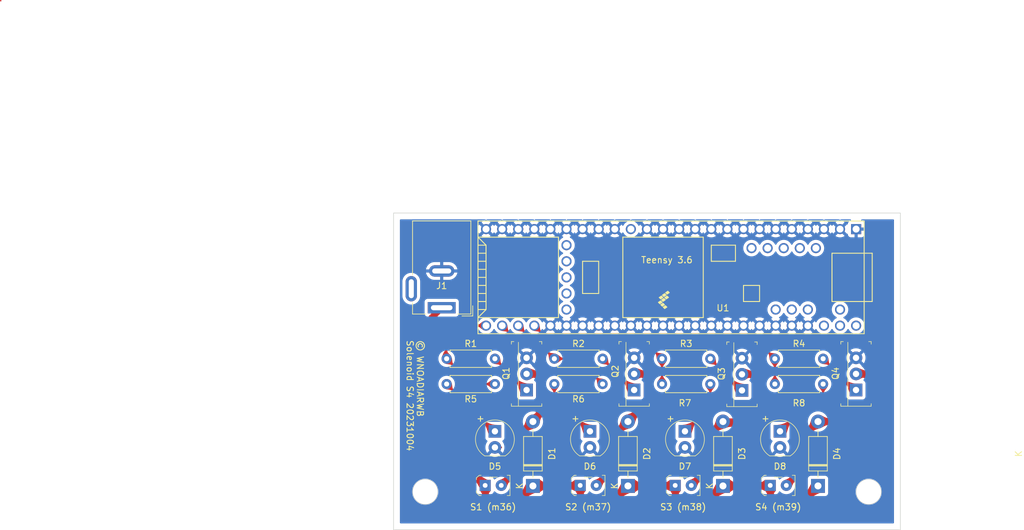
<source format=kicad_pcb>
(kicad_pcb (version 20221018) (generator pcbnew)
  (layers (0 "F.Cu" signal) (31 "B.Cu" signal) (34 "B.Paste" user) (35 "F.Paste" user) (36 "B.SilkS" user "B.Silkscreen") (37 "F.SilkS" user "F.Silkscreen") (38 "B.Mask" user) (39 "F.Mask" user) (44 "Edge.Cuts" user))
  (net 0 "")
  (net 1 "+12V")
  (net 2 "Net-(D1-A)")
  (net 3 "Net-(D2-A)")
  (net 4 "Net-(D3-A)")
  (net 5 "Net-(D4-A)")
  (net 6 "GND")
  (net 7 "Net-(D5-Pad1)")
  (net 8 "Net-(D6-Pad1)")
  (net 9 "Net-(D7-Pad1)")
  (net 10 "Net-(D8-Pad1)")
  (net 11 "Net-(Q1-B)")
  (net 12 "Net-(Q2-B)")
  (net 13 "Net-(Q3-B)")
  (net 14 "Net-(Q4-B)")
  (net 15 "/tout1")
  (net 16 "/tout2")
  (net 17 "/tout3")
  (net 18 "/tout4")
  (footprint "Resistor_THT:R_Axial_DIN0207_L6.3mm_D2.5mm_P7.62mm_Horizontal" (layer "F.Cu") (at 78.38 63)
    (fp_text reference "R1" (at 3.81 -2.37) (layer "F.SilkS"))
    (fp_text value "1K")
    (fp_line (start 0.54 -1.37) (end 7.08 -1.37) (stroke (width 0.12)) (layer "F.SilkS"))
    (fp_line (start 0.54 -1.04) (end 0.54 -1.37) (stroke (width 0.12)) (layer "F.SilkS"))
    (fp_line (start 0.54 1.04) (end 0.54 1.37) (stroke (width 0.12)) (layer "F.SilkS"))
    (fp_line (start 0.54 1.37) (end 7.08 1.37) (stroke (width 0.12)) (layer "F.SilkS"))
    (fp_line (start 7.08 -1.37) (end 7.08 -1.04) (stroke (width 0.12)) (layer "F.SilkS"))
    (fp_line (start 7.08 1.37) (end 7.08 1.04) (stroke (width 0.12)) (layer "F.SilkS"))
    (pad "1" thru_hole circle (at 0 0) (size 1.6 1.6) (drill 0.8) (layers "*.Cu" "*.Mask") (net 15 "/tout1"))
    (pad "2" thru_hole oval (at 7.62 0) (size 1.6 1.6) (drill 0.8) (layers "*.Cu" "*.Mask") (net 11 "Net-(Q1-B)"))
  )
  (footprint "digikey-footprints:TO-220-3" (layer "F.Cu") (at 107.98 67.94 90)
    (fp_text reference "Q2" (at 2.94 -2.98 90) (layer "F.SilkS"))
    (fp_text value "TIP120")
    (fp_line (start -2.56 -2.4) (end -2.56 -2) (stroke (width 0.1)) (layer "F.SilkS"))
    (fp_line (start -2.56 -2.4) (end -2.16 -2.4) (stroke (width 0.1)) (layer "F.SilkS"))
    (fp_line (start -2.56 -1.29) (end 7.54 -1.29) (stroke (width 0.1)) (layer "F.SilkS"))
    (fp_line (start -2.56 2.4) (end -2.56 -2) (stroke (width 0.1)) (layer "F.SilkS"))
    (fp_line (start -2.56 2.4) (end -2.16 2.4) (stroke (width 0.1)) (layer "F.SilkS"))
    (fp_line (start 7.24 -2.4) (end 7.64 -2.4) (stroke (width 0.1)) (layer "F.SilkS"))
    (fp_line (start 7.64 -2.4) (end 7.64 -2) (stroke (width 0.1)) (layer "F.SilkS"))
    (fp_line (start 7.64 2.4) (end 7.24 2.4) (stroke (width 0.1)) (layer "F.SilkS"))
    (fp_line (start 7.64 2.4) (end 7.64 2) (stroke (width 0.1)) (layer "F.SilkS"))
    (pad "1" thru_hole rect (at 0 0 90) (size 2 2) (drill 1) (layers "*.Cu" "*.Mask") (net 12 "Net-(Q2-B)"))
    (pad "2" thru_hole circle (at 2.54 0 90) (size 2 2) (drill 1) (layers "*.Cu" "*.Mask") (net 3 "Net-(D2-A)"))
    (pad "3" thru_hole circle (at 5.08 0 90) (size 2 2) (drill 1) (layers "*.Cu" "*.Mask") (net 6 "GND"))
  )
  (footprint "digikey-footprints:TO-220-3" (layer "F.Cu") (at 91 67.94 90)
    (fp_text reference "Q1" (at 2.62 -3.22 90) (layer "F.SilkS"))
    (fp_text value "TIP120")
    (fp_line (start -2.56 -2.4) (end -2.56 -2) (stroke (width 0.1)) (layer "F.SilkS"))
    (fp_line (start -2.56 -2.4) (end -2.16 -2.4) (stroke (width 0.1)) (layer "F.SilkS"))
    (fp_line (start -2.56 -1.29) (end 7.54 -1.29) (stroke (width 0.1)) (layer "F.SilkS"))
    (fp_line (start -2.56 2.4) (end -2.56 -2) (stroke (width 0.1)) (layer "F.SilkS"))
    (fp_line (start -2.56 2.4) (end -2.16 2.4) (stroke (width 0.1)) (layer "F.SilkS"))
    (fp_line (start 7.24 -2.4) (end 7.64 -2.4) (stroke (width 0.1)) (layer "F.SilkS"))
    (fp_line (start 7.64 -2.4) (end 7.64 -2) (stroke (width 0.1)) (layer "F.SilkS"))
    (fp_line (start 7.64 2.4) (end 7.24 2.4) (stroke (width 0.1)) (layer "F.SilkS"))
    (fp_line (start 7.64 2.4) (end 7.64 2) (stroke (width 0.1)) (layer "F.SilkS"))
    (pad "1" thru_hole rect (at 0 0 90) (size 2 2) (drill 1) (layers "*.Cu" "*.Mask") (net 11 "Net-(Q1-B)"))
    (pad "2" thru_hole circle (at 2.54 0 90) (size 2 2) (drill 1) (layers "*.Cu" "*.Mask") (net 2 "Net-(D1-A)"))
    (pad "3" thru_hole circle (at 5.08 0 90) (size 2 2) (drill 1) (layers "*.Cu" "*.Mask") (net 6 "GND"))
  )
  (footprint "digikey-footprints:LED_5mm_Radial" (layer "F.Cu") (at 116 77 -90)
    (fp_text reference "D7" (at 3 0 -180) (layer "F.SilkS"))
    (fp_text value "LTL2R3KEK")
    (fp_line (start 1.34 1.6) (end 1.34 -1.61) (stroke (width 0.1)) (layer "F.SilkS"))
    (fp_arc (start 1.341718 1.607211) (mid -4.336626 0.001638) (end 1.34 -1.61) (stroke (width 0.1)) (layer "F.SilkS"))
    (pad "1" thru_hole rect (at -2.54 0 270) (size 2 2) (drill 1) (layers "*.Cu" "*.Mask") (net 9 "Net-(D7-Pad1)"))
    (pad "2" thru_hole circle (at 0 0 270) (size 2 2) (drill 1) (layers "*.Cu" "*.Mask") (net 6 "GND"))
  )
  (footprint "Resistor_THT:R_Axial_DIN0207_L6.3mm_D2.5mm_P7.62mm_Horizontal" (layer "F.Cu") (at 130.19 63)
    (fp_text reference "R4" (at 3.81 -2.37) (layer "F.SilkS"))
    (fp_text value "1K")
    (fp_line (start 0.54 -1.37) (end 7.08 -1.37) (stroke (width 0.12)) (layer "F.SilkS"))
    (fp_line (start 0.54 -1.04) (end 0.54 -1.37) (stroke (width 0.12)) (layer "F.SilkS"))
    (fp_line (start 0.54 1.04) (end 0.54 1.37) (stroke (width 0.12)) (layer "F.SilkS"))
    (fp_line (start 0.54 1.37) (end 7.08 1.37) (stroke (width 0.12)) (layer "F.SilkS"))
    (fp_line (start 7.08 -1.37) (end 7.08 -1.04) (stroke (width 0.12)) (layer "F.SilkS"))
    (fp_line (start 7.08 1.37) (end 7.08 1.04) (stroke (width 0.12)) (layer "F.SilkS"))
    (pad "1" thru_hole circle (at 0 0) (size 1.6 1.6) (drill 0.8) (layers "*.Cu" "*.Mask") (net 18 "/tout4"))
    (pad "2" thru_hole oval (at 7.62 0) (size 1.6 1.6) (drill 0.8) (layers "*.Cu" "*.Mask") (net 14 "Net-(Q4-B)"))
  )
  (footprint "Resistor_THT:R_Axial_DIN0207_L6.3mm_D2.5mm_P7.62mm_Horizontal" (layer "F.Cu") (at 112.38 67)
    (fp_text reference "R7" (at 3.62 3) (layer "F.SilkS"))
    (fp_text value "150")
    (fp_line (start 0.54 -1.37) (end 7.08 -1.37) (stroke (width 0.12)) (layer "F.SilkS"))
    (fp_line (start 0.54 -1.04) (end 0.54 -1.37) (stroke (width 0.12)) (layer "F.SilkS"))
    (fp_line (start 0.54 1.04) (end 0.54 1.37) (stroke (width 0.12)) (layer "F.SilkS"))
    (fp_line (start 0.54 1.37) (end 7.08 1.37) (stroke (width 0.12)) (layer "F.SilkS"))
    (fp_line (start 7.08 -1.37) (end 7.08 -1.04) (stroke (width 0.12)) (layer "F.SilkS"))
    (fp_line (start 7.08 1.37) (end 7.08 1.04) (stroke (width 0.12)) (layer "F.SilkS"))
    (pad "1" thru_hole circle (at 0 0) (size 1.6 1.6) (drill 0.8) (layers "*.Cu" "*.Mask") (net 17 "/tout3"))
    (pad "2" thru_hole oval (at 7.62 0) (size 1.6 1.6) (drill 0.8) (layers "*.Cu" "*.Mask") (net 9 "Net-(D7-Pad1)"))
  )
  (footprint "digikey-footprints:Photodiode_Radial_5.1x3mm_P2.54mm" (layer "F.Cu") (at 129.46 83)
    (fp_text reference "S4" hide)
    (fp_text value "PDB-C156" hide)
    (fp_line (start -1.38 -1.2) (end -1.38 -0.9) (stroke (width 0.1)) (layer "F.SilkS"))
    (fp_line (start -1.38 1.15) (end -1.38 0.85) (stroke (width 0.1)) (layer "F.SilkS"))
    (fp_line (start -0.93 -1.6) (end -1.38 -1.2) (stroke (width 0.1)) (layer "F.SilkS"))
    (fp_line (start -0.93 1.6) (end -1.38 1.15) (stroke (width 0.1)) (layer "F.SilkS"))
    (fp_line (start -0.93 1.6) (end -0.63 1.6) (stroke (width 0.1)) (layer "F.SilkS"))
    (fp_line (start -0.63 -1.6) (end -0.93 -1.6) (stroke (width 0.1)) (layer "F.SilkS"))
    (fp_line (start 0.67 -1.3) (end 1.87 -1.3) (stroke (width 0.1)) (layer "F.SilkS"))
    (fp_line (start 3.47 -1.6) (end 3.92 -1.6) (stroke (width 0.1)) (layer "F.SilkS"))
    (fp_line (start 3.92 -1.6) (end 3.92 1.6) (stroke (width 0.1)) (layer "F.SilkS"))
    (fp_line (start 3.92 1.6) (end 3.47 1.6) (stroke (width 0.1)) (layer "F.SilkS"))
    (pad "A" thru_hole circle (at 2.54 0) (size 1.75 1.75) (drill 0.75) (layers "*.Cu" "*.Mask") (net 5 "Net-(D4-A)"))
    (pad "K" thru_hole rect (at 0 0) (size 1.75 1.75) (drill 0.75) (layers "*.Cu" "*.Mask") (net 1 "+12V"))
  )
  (footprint "Resistor_THT:R_Axial_DIN0207_L6.3mm_D2.5mm_P7.62mm_Horizontal" (layer "F.Cu") (at 95.38 63)
    (fp_text reference "R2" (at 3.81 -2.37) (layer "F.SilkS"))
    (fp_text value "1K")
    (fp_line (start 0.54 -1.37) (end 7.08 -1.37) (stroke (width 0.12)) (layer "F.SilkS"))
    (fp_line (start 0.54 -1.04) (end 0.54 -1.37) (stroke (width 0.12)) (layer "F.SilkS"))
    (fp_line (start 0.54 1.04) (end 0.54 1.37) (stroke (width 0.12)) (layer "F.SilkS"))
    (fp_line (start 0.54 1.37) (end 7.08 1.37) (stroke (width 0.12)) (layer "F.SilkS"))
    (fp_line (start 7.08 -1.37) (end 7.08 -1.04) (stroke (width 0.12)) (layer "F.SilkS"))
    (fp_line (start 7.08 1.37) (end 7.08 1.04) (stroke (width 0.12)) (layer "F.SilkS"))
    (pad "1" thru_hole circle (at 0 0) (size 1.6 1.6) (drill 0.8) (layers "*.Cu" "*.Mask") (net 16 "/tout2"))
    (pad "2" thru_hole oval (at 7.62 0) (size 1.6 1.6) (drill 0.8) (layers "*.Cu" "*.Mask") (net 12 "Net-(Q2-B)"))
  )
  (footprint "digikey-footprints:TO-220-3" (layer "F.Cu") (at 125 68 90)
    (fp_text reference "Q3" (at 2.62 -3.22 90) (layer "F.SilkS"))
    (fp_text value "TIP120")
    (fp_line (start -2.56 -2.4) (end -2.56 -2) (stroke (width 0.1)) (layer "F.SilkS"))
    (fp_line (start -2.56 -2.4) (end -2.16 -2.4) (stroke (width 0.1)) (layer "F.SilkS"))
    (fp_line (start -2.56 -1.29) (end 7.54 -1.29) (stroke (width 0.1)) (layer "F.SilkS"))
    (fp_line (start -2.56 2.4) (end -2.56 -2) (stroke (width 0.1)) (layer "F.SilkS"))
    (fp_line (start -2.56 2.4) (end -2.16 2.4) (stroke (width 0.1)) (layer "F.SilkS"))
    (fp_line (start 7.24 -2.4) (end 7.64 -2.4) (stroke (width 0.1)) (layer "F.SilkS"))
    (fp_line (start 7.64 -2.4) (end 7.64 -2) (stroke (width 0.1)) (layer "F.SilkS"))
    (fp_line (start 7.64 2.4) (end 7.24 2.4) (stroke (width 0.1)) (layer "F.SilkS"))
    (fp_line (start 7.64 2.4) (end 7.64 2) (stroke (width 0.1)) (layer "F.SilkS"))
    (pad "1" thru_hole rect (at 0 0 90) (size 2 2) (drill 1) (layers "*.Cu" "*.Mask") (net 13 "Net-(Q3-B)"))
    (pad "2" thru_hole circle (at 2.54 0 90) (size 2 2) (drill 1) (layers "*.Cu" "*.Mask") (net 4 "Net-(D3-A)"))
    (pad "3" thru_hole circle (at 5.08 0 90) (size 2 2) (drill 1) (layers "*.Cu" "*.Mask") (net 6 "GND"))
  )
  (footprint "teensy.pretty-master:Teensy35_36" (layer "F.Cu") (at 113.81 50.16 180)
    (fp_text reference "U1" (at -8.19 -4.84) (layer "F.SilkS"))
    (fp_text value "Teensy3.6" hide)
    (fp_line (start -31.75 -3.81) (end -30.48 -3.81) (stroke (width 0.15)) (layer "F.SilkS"))
    (fp_line (start -31.75 3.81) (end -31.75 -3.81) (stroke (width 0.15)) (layer "F.SilkS"))
    (fp_line (start -30.48 3.81) (end -31.75 3.81) (stroke (width 0.15)) (layer "F.SilkS"))
    (fp_line (start -30.48 8.89) (end -30.48 -8.89) (stroke (width 0.15)) (layer "F.SilkS"))
    (fp_line (start -30.48 8.89) (end 30.48 8.89) (stroke (width 0.15)) (layer "F.SilkS"))
    (fp_line (start -25.4 -3.81) (end -30.48 -3.81) (stroke (width 0.15)) (layer "F.SilkS"))
    (fp_line (start -25.4 3.81) (end -30.48 3.81) (stroke (width 0.15)) (layer "F.SilkS"))
    (fp_line (start -25.4 3.81) (end -25.4 -3.81) (stroke (width 0.15)) (layer "F.SilkS"))
    (fp_line (start -13.97 -3.81) (end -13.97 -1.27) (stroke (width 0.15)) (layer "F.SilkS"))
    (fp_line (start -13.97 -1.27) (end -11.43 -1.27) (stroke (width 0.15)) (layer "F.SilkS"))
    (fp_line (start -11.43 -3.81) (end -13.97 -3.81) (stroke (width 0.15)) (layer "F.SilkS"))
    (fp_line (start -11.43 -1.27) (end -11.43 -3.81) (stroke (width 0.15)) (layer "F.SilkS"))
    (fp_line (start -10.16 2.54) (end -6.35 2.54) (stroke (width 0.15)) (layer "F.SilkS"))
    (fp_line (start -10.16 5.08) (end -10.16 2.54) (stroke (width 0.15)) (layer "F.SilkS"))
    (fp_line (start -6.35 2.54) (end -6.35 5.08) (stroke (width 0.15)) (layer "F.SilkS"))
    (fp_line (start -6.35 5.08) (end -10.16 5.08) (stroke (width 0.15)) (layer "F.SilkS"))
    (fp_line (start -5.08 -6.35) (end -5.08 6.35) (stroke (width 0.15)) (layer "F.SilkS"))
    (fp_line (start -5.08 -6.35) (end 7.62 -6.35) (stroke (width 0.15)) (layer "F.SilkS"))
    (fp_line (start -5.08 6.35) (end 7.62 6.35) (stroke (width 0.15)) (layer "F.SilkS"))
    (fp_line (start 7.62 6.35) (end 7.62 -6.35) (stroke (width 0.15)) (layer "F.SilkS"))
    (fp_line (start 11.43 -2.54) (end 13.97 -2.54) (stroke (width 0.15)) (layer "F.SilkS"))
    (fp_line (start 11.43 2.54) (end 11.43 -2.54) (stroke (width 0.15)) (layer "F.SilkS"))
    (fp_line (start 13.97 -2.54) (end 13.97 2.54) (stroke (width 0.15)) (layer "F.SilkS"))
    (fp_line (start 13.97 2.54) (end 11.43 2.54) (stroke (width 0.15)) (layer "F.SilkS"))
    (fp_line (start 17.78 -6.35) (end 17.78 6.35) (stroke (width 0.15)) (layer "F.SilkS"))
    (fp_line (start 17.78 6.35) (end 30.48 6.35) (stroke (width 0.15)) (layer "F.SilkS"))
    (fp_line (start 29.21 -5.08) (end 30.48 -6.35) (stroke (width 0.15)) (layer "F.SilkS"))
    (fp_line (start 29.21 -5.08) (end 30.48 -5.08) (stroke (width 0.15)) (layer "F.SilkS"))
    (fp_line (start 29.21 -3.81) (end 30.48 -3.81) (stroke (width 0.15)) (layer "F.SilkS"))
    (fp_line (start 29.21 -2.54) (end 30.48 -2.54) (stroke (width 0.15)) (layer "F.SilkS"))
    (fp_line (start 29.21 -1.27) (end 30.48 -1.27) (stroke (width 0.15)) (layer "F.SilkS"))
    (fp_line (start 29.21 0) (end 30.48 0) (stroke (width 0.15)) (layer "F.SilkS"))
    (fp_line (start 29.21 1.27) (end 30.48 1.27) (stroke (width 0.15)) (layer "F.SilkS"))
    (fp_line (start 29.21 2.54) (end 30.48 2.54) (stroke (width 0.15)) (layer "F.SilkS"))
    (fp_line (start 29.21 3.81) (end 30.48 3.81) (stroke (width 0.15)) (layer "F.SilkS"))
    (fp_line (start 29.21 5.08) (end 29.21 -5.08) (stroke (width 0.15)) (layer "F.SilkS"))
    (fp_line (start 29.21 5.08) (end 30.48 5.08) (stroke (width 0.15)) (layer "F.SilkS"))
    (fp_line (start 30.48 -8.89) (end -30.48 -8.89) (stroke (width 0.15)) (layer "F.SilkS"))
    (fp_line (start 30.48 -8.89) (end 30.48 8.89) (stroke (width 0.15)) (layer "F.SilkS"))
    (fp_line (start 30.48 -6.35) (end 17.78 -6.35) (stroke (width 0.15)) (layer "F.SilkS"))
    (fp_line (start 30.48 6.35) (end 29.21 5.08) (stroke (width 0.15)) (layer "F.SilkS"))
    (fp_poly (pts (xy 0.635 -2.667) (xy 0.889 -2.413) (xy 0.508 -2.159) (xy 0.254 -2.413)) (stroke (width 0.1)) (fill solid) (layer "F.SilkS"))
    (fp_poly (pts (xy 0.762 -3.429) (xy 1.016 -3.175) (xy 0.635 -2.921) (xy 0.381 -3.175)) (stroke (width 0.1)) (fill solid) (layer "F.SilkS"))
    (fp_poly (pts (xy 1.016 -4.953) (xy 1.27 -4.699) (xy 0.889 -4.445) (xy 0.635 -4.699)) (stroke (width 0.1)) (fill solid) (layer "F.SilkS"))
    (fp_poly (pts (xy 1.143 -3.048) (xy 1.397 -2.794) (xy 1.016 -2.54) (xy 0.762 -2.794)) (stroke (width 0.1)) (fill solid) (layer "F.SilkS"))
    (fp_poly (pts (xy 1.27 -3.81) (xy 1.524 -3.556) (xy 1.143 -3.302) (xy 0.889 -3.556)) (stroke (width 0.1)) (fill solid) (layer "F.SilkS"))
    (fp_poly (pts (xy 1.397 -4.572) (xy 1.651 -4.318) (xy 1.27 -4.064) (xy 1.016 -4.318)) (stroke (width 0.1)) (fill solid) (layer "F.SilkS"))
    (fp_poly (pts (xy 1.651 -3.429) (xy 1.905 -3.175) (xy 1.524 -2.921) (xy 1.27 -3.175)) (stroke (width 0.1)) (fill solid) (layer "F.SilkS"))
    (fp_poly (pts (xy 1.778 -4.191) (xy 2.032 -3.937) (xy 1.651 -3.683) (xy 1.397 -3.937)) (stroke (width 0.1)) (fill solid) (layer "F.SilkS"))
    (pad "1" thru_hole rect (at -29.21 7.62 180) (size 1.6 1.6) (drill 1.1) (layers "*.Cu" "*.Mask") (net 6 "GND"))
    (pad "2" thru_hole circle (at -26.67 7.62 180) (size 1.6 1.6) (drill 1.1) (layers "*.Cu" "*.Mask") (net 6 "GND"))
    (pad "3" thru_hole circle (at -24.13 7.62 180) (size 1.6 1.6) (drill 1.1) (layers "*.Cu" "*.Mask") (net 6 "GND"))
    (pad "4" thru_hole circle (at -21.59 7.62 180) (size 1.6 1.6) (drill 1.1) (layers "*.Cu" "*.Mask") (net 6 "GND"))
    (pad "5" thru_hole circle (at -19.05 7.62 180) (size 1.6 1.6) (drill 1.1) (layers "*.Cu" "*.Mask") (net 6 "GND"))
    (pad "6" thru_hole circle (at -16.51 7.62 180) (size 1.6 1.6) (drill 1.1) (layers "*.Cu" "*.Mask") (net 6 "GND"))
    (pad "7" thru_hole circle (at -13.97 7.62 180) (size 1.6 1.6) (drill 1.1) (layers "*.Cu" "*.Mask") (net 6 "GND"))
    (pad "8" thru_hole circle (at -11.43 7.62 180) (size 1.6 1.6) (drill 1.1) (layers "*.Cu" "*.Mask") (net 6 "GND"))
    (pad "9" thru_hole circle (at -8.89 7.62 180) (size 1.6 1.6) (drill 1.1) (layers "*.Cu" "*.Mask") (net 6 "GND"))
    (pad "10" thru_hole circle (at -6.35 7.62 180) (size 1.6 1.6) (drill 1.1) (layers "*.Cu" "*.Mask") (net 6 "GND"))
    (pad "11" thru_hole circle (at -3.81 7.62 180) (size 1.6 1.6) (drill 1.1) (layers "*.Cu" "*.Mask") (net 6 "GND"))
    (pad "12" thru_hole circle (at -1.27 7.62 180) (size 1.6 1.6) (drill 1.1) (layers "*.Cu" "*.Mask") (net 6 "GND"))
    (pad "13" thru_hole circle (at 1.27 7.62 180) (size 1.6 1.6) (drill 1.1) (layers "*.Cu" "*.Mask") (net 6 "GND"))
    (pad "14" thru_hole circle (at 3.81 7.62 180) (size 1.6 1.6) (drill 1.1) (layers "*.Cu" "*.Mask") (net 6 "GND"))
    (pad "15" thru_hole circle (at 6.35 7.62 180) (size 1.6 1.6) (drill 1.1) (layers "*.Cu" "*.Mask"))
    (pad "16" thru_hole circle (at 8.89 7.62 180) (size 1.6 1.6) (drill 1.1) (layers "*.Cu" "*.Mask") (net 6 "GND"))
    (pad "17" thru_hole circle (at 11.43 7.62 180) (size 1.6 1.6) (drill 1.1) (layers "*.Cu" "*.Mask") (net 6 "GND"))
    (pad "18" thru_hole circle (at 13.97 7.62 180) (size 1.6 1.6) (drill 1.1) (layers "*.Cu" "*.Mask") (net 6 "GND"))
    (pad "19" thru_hole circle (at 16.51 7.62 180) (size 1.6 1.6) (drill 1.1) (layers "*.Cu" "*.Mask") (net 6 "GND"))
    (pad "20" thru_hole circle (at 19.05 7.62 180) (size 1.6 1.6) (drill 1.1) (layers "*.Cu" "*.Mask") (net 6 "GND"))
    (pad "21" thru_hole circle (at 21.59 7.62 180) (size 1.6 1.6) (drill 1.1) (layers "*.Cu" "*.Mask") (net 6 "GND"))
    (pad "22" thru_hole circle (at 24.13 7.62 180) (size 1.6 1.6) (drill 1.1) (layers "*.Cu" "*.Mask") (net 6 "GND"))
    (pad "23" thru_hole circle (at 26.67 7.62 180) (size 1.6 1.6) (drill 1.1) (layers "*.Cu" "*.Mask") (net 6 "GND"))
    (pad "24" thru_hole circle (at 29.21 7.62 180) (size 1.6 1.6) (drill 1.1) (layers "*.Cu" "*.Mask") (net 6 "GND"))
    (pad "25" thru_hole circle (at 16.51 5.08 180) (size 1.6 1.6) (drill 1.1) (layers "*.Cu" "*.Mask"))
    (pad "26" thru_hole circle (at 16.51 2.54 180) (size 1.6 1.6) (drill 1.1) (layers "*.Cu" "*.Mask"))
    (pad "27" thru_hole circle (at 16.51 0 180) (size 1.6 1.6) (drill 1.1) (layers "*.Cu" "*.Mask"))
    (pad "28" thru_hole circle (at 16.51 -2.54 180) (size 1.6 1.6) (drill 1.1) (layers "*.Cu" "*.Mask"))
    (pad "29" thru_hole circle (at 16.51 -5.08 180) (size 1.6 1.6) (drill 1.1) (layers "*.Cu" "*.Mask"))
    (pad "30" thru_hole circle (at 29.21 -7.62 180) (size 1.6 1.6) (drill 1.1) (layers "*.Cu" "*.Mask") (net 15 "/tout1"))
    (pad "31" thru_hole circle (at 26.67 -7.62 180) (size 1.6 1.6) (drill 1.1) (layers "*.Cu" "*.Mask") (net 16 "/tout2"))
    (pad "32" thru_hole circle (at 24.13 -7.62 180) (size 1.6 1.6) (drill 1.1) (layers "*.Cu" "*.Mask") (net 17 "/tout3"))
    (pad "33" thru_hole circle (at 21.59 -7.62 180) (size 1.6 1.6) (drill 1.1) (layers "*.Cu" "*.Mask") (net 18 "/tout4"))
    (pad "34" thru_hole circle (at 19.05 -7.62 180) (size 1.6 1.6) (drill 1.1) (layers "*.Cu" "*.Mask") (net 6 "GND"))
    (pad "35" thru_hole circle (at 16.51 -7.62 180) (size 1.6 1.6) (drill 1.1) (layers "*.Cu" "*.Mask") (net 6 "GND"))
    (pad "36" thru_hole circle (at 13.97 -7.62 180) (size 1.6 1.6) (drill 1.1) (layers "*.Cu" "*.Mask") (net 6 "GND"))
    (pad "37" thru_hole circle (at 11.43 -7.62 180) (size 1.6 1.6) (drill 1.1) (layers "*.Cu" "*.Mask") (net 6 "GND"))
    (pad "38" thru_hole circle (at 8.89 -7.62 180) (size 1.6 1.6) (drill 1.1) (layers "*.Cu" "*.Mask") (net 6 "GND"))
    (pad "39" thru_hole circle (at 6.35 -7.62 180) (size 1.6 1.6) (drill 1.1) (layers "*.Cu" "*.Mask") (net 6 "GND"))
    (pad "40" thru_hole circle (at 3.81 -7.62 180) (size 1.6 1.6) (drill 1.1) (layers "*.Cu" "*.Mask") (net 6 "GND"))
    (pad "41" thru_hole circle (at 1.27 -7.62 180) (size 1.6 1.6) (drill 1.1) (layers "*.Cu" "*.Mask") (net 6 "GND"))
    (pad "42" thru_hole circle (at -1.27 -7.62 180) (size 1.6 1.6) (drill 1.1) (layers "*.Cu" "*.Mask") (net 6 "GND"))
    (pad "43" thru_hole circle (at -3.81 -7.62 180) (size 1.6 1.6) (drill 1.1) (layers "*.Cu" "*.Mask") (net 6 "GND"))
    (pad "44" thru_hole circle (at -6.35 -7.62 180) (size 1.6 1.6) (drill 1.1) (layers "*.Cu" "*.Mask") (net 6 "GND"))
    (pad "45" thru_hole circle (at -8.89 -7.62 180) (size 1.6 1.6) (drill 1.1) (layers "*.Cu" "*.Mask") (net 6 "GND"))
    (pad "46" thru_hole circle (at -11.43 -7.62 180) (size 1.6 1.6) (drill 1.1) (layers "*.Cu" "*.Mask") (net 6 "GND"))
    (pad "47" thru_hole circle (at -13.97 -7.62 180) (size 1.6 1.6) (drill 1.1) (layers "*.Cu" "*.Mask") (net 6 "GND"))
    (pad "48" thru_hole circle (at -16.51 -7.62 180) (size 1.6 1.6) (drill 1.1) (layers "*.Cu" "*.Mask") (net 6 "GND"))
    (pad "49" thru_hole circle (at -19.05 -7.62 180) (size 1.6 1.6) (drill 1.1) (layers "*.Cu" "*.Mask") (net 6 "GND"))
    (pad "50" thru_hole circle (at -21.59 -7.62 180) (size 1.6 1.6) (drill 1.1) (layers "*.Cu" "*.Mask") (net 6 "GND"))
    (pad "51" thru_hole circle (at -24.13 -7.62 180) (size 1.6 1.6) (drill 1.1) (layers "*.Cu" "*.Mask"))
    (pad "52" thru_hole circle (at -26.67 -7.62 180) (size 1.6 1.6) (drill 1.1) (layers "*.Cu" "*.Mask"))
    (pad "53" thru_hole circle (at -29.21 -7.62 180) (size 1.6 1.6) (drill 1.1) (layers "*.Cu" "*.Mask"))
    (pad "54" thru_hole circle (at -26.67 -5.08 180) (size 1.6 1.6) (drill 1.1) (layers "*.Cu" "*.Mask"))
    (pad "55" thru_hole circle (at -21.59 -5.08 180) (size 1.6 1.6) (drill 1.1) (layers "*.Cu" "*.Mask"))
    (pad "56" thru_hole circle (at -19.05 -5.08 180) (size 1.6 1.6) (drill 1.1) (layers "*.Cu" "*.Mask"))
    (pad "57" thru_hole circle (at -16.51 -5.08 180) (size 1.6 1.6) (drill 1.1) (layers "*.Cu" "*.Mask"))
    (pad "58" thru_hole circle (at -22.86 4.62 180) (size 1.6 1.6) (drill 1.1) (layers "*.Cu" "*.Mask"))
    (pad "59" thru_hole circle (at -20.32 4.62 180) (size 1.6 1.6) (drill 1.1) (layers "*.Cu" "*.Mask"))
    (pad "60" thru_hole circle (at -17.78 4.62 180) (size 1.6 1.6) (drill 1.1) (layers "*.Cu" "*.Mask"))
    (pad "61" thru_hole circle (at -15.24 4.62 180) (size 1.6 1.6) (drill 1.1) (layers "*.Cu" "*.Mask"))
    (pad "62" thru_hole circle (at -12.7 4.62 180) (size 1.6 1.6) (drill 1.1) (layers "*.Cu" "*.Mask"))
  )
  (footprint "digikey-footprints:Photodiode_Radial_5.1x3mm_P2.54mm" (layer "F.Cu") (at 84.46 83)
    (fp_text reference "S1" hide)
    (fp_text value "PDB-C156")
    (fp_line (start -1.38 -1.2) (end -1.38 -0.9) (stroke (width 0.1)) (layer "F.SilkS"))
    (fp_line (start -1.38 1.15) (end -1.38 0.85) (stroke (width 0.1)) (layer "F.SilkS"))
    (fp_line (start -0.93 -1.6) (end -1.38 -1.2) (stroke (width 0.1)) (layer "F.SilkS"))
    (fp_line (start -0.93 1.6) (end -1.38 1.15) (stroke (width 0.1)) (layer "F.SilkS"))
    (fp_line (start -0.93 1.6) (end -0.63 1.6) (stroke (width 0.1)) (layer "F.SilkS"))
    (fp_line (start -0.63 -1.6) (end -0.93 -1.6) (stroke (width 0.1)) (layer "F.SilkS"))
    (fp_line (start 0.67 -1.3) (end 1.87 -1.3) (stroke (width 0.1)) (layer "F.SilkS"))
    (fp_line (start 3.47 -1.6) (end 3.92 -1.6) (stroke (width 0.1)) (layer "F.SilkS"))
    (fp_line (start 3.92 -1.6) (end 3.92 1.6) (stroke (width 0.1)) (layer "F.SilkS"))
    (fp_line (start 3.92 1.6) (end 3.47 1.6) (stroke (width 0.1)) (layer "F.SilkS"))
    (pad "A" thru_hole circle (at 2.54 0) (size 1.75 1.75) (drill 0.75) (layers "*.Cu" "*.Mask") (net 2 "Net-(D1-A)"))
    (pad "K" thru_hole rect (at 0 0) (size 1.75 1.75) (drill 0.75) (layers "*.Cu" "*.Mask") (net 1 "+12V"))
  )
  (footprint "Diode_THT:D_DO-41_SOD81_P10.16mm_Horizontal" (layer "F.Cu") (at 107 83.08 90)
    (fp_text reference "D2" (at 5.08 3 90) (layer "F.SilkS"))
    (fp_text value "1N4004")
    (fp_text user "K" (at 0 -2.1 90) (layer "F.SilkS"))
    (fp_line (start 1.34 0) (end 2.36 0) (stroke (width 0.12)) (layer "F.SilkS"))
    (fp_line (start 2.36 -1.47) (end 2.36 1.47) (stroke (width 0.12)) (layer "F.SilkS"))
    (fp_line (start 2.36 1.47) (end 7.8 1.47) (stroke (width 0.12)) (layer "F.SilkS"))
    (fp_line (start 3.14 -1.47) (end 3.14 1.47) (stroke (width 0.12)) (layer "F.SilkS"))
    (fp_line (start 3.26 -1.47) (end 3.26 1.47) (stroke (width 0.12)) (layer "F.SilkS"))
    (fp_line (start 3.38 -1.47) (end 3.38 1.47) (stroke (width 0.12)) (layer "F.SilkS"))
    (fp_line (start 7.8 -1.47) (end 2.36 -1.47) (stroke (width 0.12)) (layer "F.SilkS"))
    (fp_line (start 7.8 1.47) (end 7.8 -1.47) (stroke (width 0.12)) (layer "F.SilkS"))
    (fp_line (start 8.82 0) (end 7.8 0) (stroke (width 0.12)) (layer "F.SilkS"))
    (pad "1" thru_hole rect (at 0 0 90) (size 2.2 2.2) (drill 1.1) (layers "*.Cu" "*.Mask") (net 1 "+12V"))
    (pad "2" thru_hole oval (at 10.16 0 90) (size 2.2 2.2) (drill 1.1) (layers "*.Cu" "*.Mask") (net 3 "Net-(D2-A)"))
  )
  (footprint "Resistor_THT:R_Axial_DIN0207_L6.3mm_D2.5mm_P7.62mm_Horizontal" (layer "F.Cu") (at 86 67 180)
    (fp_text reference "R5" (at 3.81 -2.37) (layer "F.SilkS"))
    (fp_text value "150")
    (fp_line (start 0.54 -1.37) (end 7.08 -1.37) (stroke (width 0.12)) (layer "F.SilkS"))
    (fp_line (start 0.54 -1.04) (end 0.54 -1.37) (stroke (width 0.12)) (layer "F.SilkS"))
    (fp_line (start 0.54 1.04) (end 0.54 1.37) (stroke (width 0.12)) (layer "F.SilkS"))
    (fp_line (start 0.54 1.37) (end 7.08 1.37) (stroke (width 0.12)) (layer "F.SilkS"))
    (fp_line (start 7.08 -1.37) (end 7.08 -1.04) (stroke (width 0.12)) (layer "F.SilkS"))
    (fp_line (start 7.08 1.37) (end 7.08 1.04) (stroke (width 0.12)) (layer "F.SilkS"))
    (pad "1" thru_hole circle (at 0 0 180) (size 1.6 1.6) (drill 0.8) (layers "*.Cu" "*.Mask") (net 15 "/tout1"))
    (pad "2" thru_hole oval (at 7.62 0 180) (size 1.6 1.6) (drill 0.8) (layers "*.Cu" "*.Mask") (net 7 "Net-(D5-Pad1)"))
  )
  (footprint "digikey-footprints:TO-220-3" (layer "F.Cu") (at 143 67.94 90)
    (fp_text reference "Q4" (at 2.62 -3.22 90) (layer "F.SilkS"))
    (fp_text value "TIP120")
    (fp_line (start -2.56 -2.4) (end -2.56 -2) (stroke (width 0.1)) (layer "F.SilkS"))
    (fp_line (start -2.56 -2.4) (end -2.16 -2.4) (stroke (width 0.1)) (layer "F.SilkS"))
    (fp_line (start -2.56 -1.29) (end 7.54 -1.29) (stroke (width 0.1)) (layer "F.SilkS"))
    (fp_line (start -2.56 2.4) (end -2.56 -2) (stroke (width 0.1)) (layer "F.SilkS"))
    (fp_line (start -2.56 2.4) (end -2.16 2.4) (stroke (width 0.1)) (layer "F.SilkS"))
    (fp_line (start 7.24 -2.4) (end 7.64 -2.4) (stroke (width 0.1)) (layer "F.SilkS"))
    (fp_line (start 7.64 -2.4) (end 7.64 -2) (stroke (width 0.1)) (layer "F.SilkS"))
    (fp_line (start 7.64 2.4) (end 7.24 2.4) (stroke (width 0.1)) (layer "F.SilkS"))
    (fp_line (start 7.64 2.4) (end 7.64 2) (stroke (width 0.1)) (layer "F.SilkS"))
    (pad "1" thru_hole rect (at 0 0 90) (size 2 2) (drill 1) (layers "*.Cu" "*.Mask") (net 14 "Net-(Q4-B)"))
    (pad "2" thru_hole circle (at 2.54 0 90) (size 2 2) (drill 1) (layers "*.Cu" "*.Mask") (net 5 "Net-(D4-A)"))
    (pad "3" thru_hole circle (at 5.08 0 90) (size 2 2) (drill 1) (layers "*.Cu" "*.Mask") (net 6 "GND"))
  )
  (footprint "Resistor_THT:R_Axial_DIN0207_L6.3mm_D2.5mm_P7.62mm_Horizontal" (layer "F.Cu") (at 103 67 180)
    (fp_text reference "R6" (at 3.81 -2.37) (layer "F.SilkS"))
    (fp_text value "150")
    (fp_line (start 0.54 -1.37) (end 7.08 -1.37) (stroke (width 0.12)) (layer "F.SilkS"))
    (fp_line (start 0.54 -1.04) (end 0.54 -1.37) (stroke (width 0.12)) (layer "F.SilkS"))
    (fp_line (start 0.54 1.04) (end 0.54 1.37) (stroke (width 0.12)) (layer "F.SilkS"))
    (fp_line (start 0.54 1.37) (end 7.08 1.37) (stroke (width 0.12)) (layer "F.SilkS"))
    (fp_line (start 7.08 -1.37) (end 7.08 -1.04) (stroke (width 0.12)) (layer "F.SilkS"))
    (fp_line (start 7.08 1.37) (end 7.08 1.04) (stroke (width 0.12)) (layer "F.SilkS"))
    (pad "1" thru_hole circle (at 0 0 180) (size 1.6 1.6) (drill 0.8) (layers "*.Cu" "*.Mask") (net 16 "/tout2"))
    (pad "2" thru_hole oval (at 7.62 0 180) (size 1.6 1.6) (drill 0.8) (layers "*.Cu" "*.Mask") (net 8 "Net-(D6-Pad1)"))
  )
  (footprint "digikey-footprints:LED_5mm_Radial" (layer "F.Cu") (at 131 77 -90)
    (fp_text reference "D8" (at 3 0 -180) (layer "F.SilkS"))
    (fp_text value "LTL2R3KEK")
    (fp_line (start 1.34 1.6) (end 1.34 -1.61) (stroke (width 0.1)) (layer "F.SilkS"))
    (fp_arc (start 1.341718 1.607211) (mid -4.336626 0.001638) (end 1.34 -1.61) (stroke (width 0.1)) (layer "F.SilkS"))
    (pad "1" thru_hole rect (at -2.54 0 270) (size 2 2) (drill 1) (layers "*.Cu" "*.Mask") (net 10 "Net-(D8-Pad1)"))
    (pad "2" thru_hole circle (at 0 0 270) (size 2 2) (drill 1) (layers "*.Cu" "*.Mask") (net 6 "GND"))
  )
  (footprint "digikey-footprints:LED_5mm_Radial" (layer "F.Cu") (at 86 77 -90)
    (fp_text reference "D5" (at 3 0 -180) (layer "F.SilkS"))
    (fp_text value "LTL2R3KEK")
    (fp_line (start 1.34 1.6) (end 1.34 -1.61) (stroke (width 0.1)) (layer "F.SilkS"))
    (fp_arc (start 1.341718 1.607211) (mid -4.336626 0.001638) (end 1.34 -1.61) (stroke (width 0.1)) (layer "F.SilkS"))
    (pad "1" thru_hole rect (at -2.54 0 270) (size 2 2) (drill 1) (layers "*.Cu" "*.Mask") (net 7 "Net-(D5-Pad1)"))
    (pad "2" thru_hole circle (at 0 0 270) (size 2 2) (drill 1) (layers "*.Cu" "*.Mask") (net 6 "GND"))
  )
  (footprint "Connector_BarrelJack:BarrelJack_Wuerth_6941xx301002" (layer "F.Cu") (at 77.6 54.95 180)
    (fp_text reference "J1" (at 0 3.46) (layer "F.SilkS"))
    (fp_text value "Barrel_Jack_MountingPin")
    (fp_line (start -4.9 -1.3) (end -4.9 0.3) (stroke (width 0.12)) (layer "F.SilkS"))
    (fp_line (start -4.6 -1) (end -2.5 -1) (stroke (width 0.12)) (layer "F.SilkS"))
    (fp_line (start -4.6 13.7) (end -4.6 -1) (stroke (width 0.12)) (layer "F.SilkS"))
    (fp_line (start -3.2 -1.3) (end -4.9 -1.3) (stroke (width 0.12)) (layer "F.SilkS"))
    (fp_line (start 2.5 -1) (end 4.6 -1) (stroke (width 0.12)) (layer "F.SilkS"))
    (fp_line (start 4.6 -1) (end 4.6 0.8) (stroke (width 0.12)) (layer "F.SilkS"))
    (fp_line (start 4.6 5.2) (end 4.6 13.7) (stroke (width 0.12)) (layer "F.SilkS"))
    (fp_line (start 4.6 13.7) (end -4.6 13.7) (stroke (width 0.12)) (layer "F.SilkS"))
    (pad "1" thru_hole rect (at 0 0 180) (size 4.4 1.8) (drill oval 3.4 0.8) (layers "*.Cu" "*.Mask") (net 1 "+12V"))
    (pad "2" thru_hole oval (at 0 5.8 180) (size 4 1.8) (drill oval 3 0.8) (layers "*.Cu" "*.Mask") (net 6 "GND"))
    (pad "3" thru_hole oval (at 4.8 3 270) (size 4 1.8) (drill oval 3 0.8) (layers "*.Cu" "*.Mask"))
  )
  (footprint "Diode_THT:D_DO-41_SOD81_P10.16mm_Horizontal" (layer "F.Cu") (at 122 83.08 90)
    (fp_text reference "D3" (at 5.08 3 90) (layer "F.SilkS"))
    (fp_text value "1N4004")
    (fp_text user "K" (at 0 -2.1 90) (layer "F.SilkS"))
    (fp_line (start 1.34 0) (end 2.36 0) (stroke (width 0.12)) (layer "F.SilkS"))
    (fp_line (start 2.36 -1.47) (end 2.36 1.47) (stroke (width 0.12)) (layer "F.SilkS"))
    (fp_line (start 2.36 1.47) (end 7.8 1.47) (stroke (width 0.12)) (layer "F.SilkS"))
    (fp_line (start 3.14 -1.47) (end 3.14 1.47) (stroke (width 0.12)) (layer "F.SilkS"))
    (fp_line (start 3.26 -1.47) (end 3.26 1.47) (stroke (width 0.12)) (layer "F.SilkS"))
    (fp_line (start 3.38 -1.47) (end 3.38 1.47) (stroke (width 0.12)) (layer "F.SilkS"))
    (fp_line (start 7.8 -1.47) (end 2.36 -1.47) (stroke (width 0.12)) (layer "F.SilkS"))
    (fp_line (start 7.8 1.47) (end 7.8 -1.47) (stroke (width 0.12)) (layer "F.SilkS"))
    (fp_line (start 8.82 0) (end 7.8 0) (stroke (width 0.12)) (layer "F.SilkS"))
    (pad "1" thru_hole rect (at 0 0 90) (size 2.2 2.2) (drill 1.1) (layers "*.Cu" "*.Mask") (net 1 "+12V"))
    (pad "2" thru_hole oval (at 10.16 0 90) (size 2.2 2.2) (drill 1.1) (layers "*.Cu" "*.Mask") (net 4 "Net-(D3-A)"))
  )
  (footprint "Diode_THT:D_DO-41_SOD81_P10.16mm_Horizontal" (layer "F.Cu") (at 92 83.08 90)
    (fp_text reference "D1" (at 5.08 3 90) (layer "F.SilkS"))
    (fp_text value "1N4004")
    (fp_text user "K" (at 0 -2.1 90) (layer "F.SilkS"))
    (fp_line (start 1.34 0) (end 2.36 0) (stroke (width 0.12)) (layer "F.SilkS"))
    (fp_line (start 2.36 -1.47) (end 2.36 1.47) (stroke (width 0.12)) (layer "F.SilkS"))
    (fp_line (start 2.36 1.47) (end 7.8 1.47) (stroke (width 0.12)) (layer "F.SilkS"))
    (fp_line (start 3.14 -1.47) (end 3.14 1.47) (stroke (width 0.12)) (layer "F.SilkS"))
    (fp_line (start 3.26 -1.47) (end 3.26 1.47) (stroke (width 0.12)) (layer "F.SilkS"))
    (fp_line (start 3.38 -1.47) (end 3.38 1.47) (stroke (width 0.12)) (layer "F.SilkS"))
    (fp_line (start 7.8 -1.47) (end 2.36 -1.47) (stroke (width 0.12)) (layer "F.SilkS"))
    (fp_line (start 7.8 1.47) (end 7.8 -1.47) (stroke (width 0.12)) (layer "F.SilkS"))
    (fp_line (start 8.82 0) (end 7.8 0) (stroke (width 0.12)) (layer "F.SilkS"))
    (pad "1" thru_hole rect (at 0 0 90) (size 2.2 2.2) (drill 1.1) (layers "*.Cu" "*.Mask") (net 1 "+12V"))
    (pad "2" thru_hole oval (at 10.16 0 90) (size 2.2 2.2) (drill 1.1) (layers "*.Cu" "*.Mask") (net 2 "Net-(D1-A)"))
  )
  (footprint "digikey-footprints:LED_5mm_Radial" (layer "F.Cu") (at 101 77 -90)
    (fp_text reference "D6" (at 3 0 -180) (layer "F.SilkS"))
    (fp_text value "LTL2R3KEK")
    (fp_line (start 1.34 1.6) (end 1.34 -1.61) (stroke (width 0.1)) (layer "F.SilkS"))
    (fp_arc (start 1.341718 1.607211) (mid -4.336626 0.001638) (end 1.34 -1.61) (stroke (width 0.1)) (layer "F.SilkS"))
    (pad "1" thru_hole rect (at -2.54 0 270) (size 2 2) (drill 1) (layers "*.Cu" "*.Mask") (net 8 "Net-(D6-Pad1)"))
    (pad "2" thru_hole circle (at 0 0 270) (size 2 2) (drill 1) (layers "*.Cu" "*.Mask") (net 6 "GND"))
  )
  (footprint "Resistor_THT:R_Axial_DIN0207_L6.3mm_D2.5mm_P7.62mm_Horizontal" (layer "F.Cu") (at 112.38 63)
    (fp_text reference "R3" (at 3.81 -2.37) (layer "F.SilkS"))
    (fp_text value "1K")
    (fp_line (start 0.54 -1.37) (end 7.08 -1.37) (stroke (width 0.12)) (layer "F.SilkS"))
    (fp_line (start 0.54 -1.04) (end 0.54 -1.37) (stroke (width 0.12)) (layer "F.SilkS"))
    (fp_line (start 0.54 1.04) (end 0.54 1.37) (stroke (width 0.12)) (layer "F.SilkS"))
    (fp_line (start 0.54 1.37) (end 7.08 1.37) (stroke (width 0.12)) (layer "F.SilkS"))
    (fp_line (start 7.08 -1.37) (end 7.08 -1.04) (stroke (width 0.12)) (layer "F.SilkS"))
    (fp_line (start 7.08 1.37) (end 7.08 1.04) (stroke (width 0.12)) (layer "F.SilkS"))
    (pad "1" thru_hole circle (at 0 0) (size 1.6 1.6) (drill 0.8) (layers "*.Cu" "*.Mask") (net 17 "/tout3"))
    (pad "2" thru_hole oval (at 7.62 0) (size 1.6 1.6) (drill 0.8) (layers "*.Cu" "*.Mask") (net 13 "Net-(Q3-B)"))
  )
  (footprint "Diode_THT:D_DO-41_SOD81_P10.16mm_Horizontal" (layer "F.Cu") (at 137 83.08 90)
    (fp_text reference "D4" (at 5.08 3 90) (layer "F.SilkS"))
    (fp_text value "1N4004")
    (fp_text user "K" (at 5.08 31.68 90) (layer "F.SilkS"))
    (fp_line (start 1.34 0) (end 2.36 0) (stroke (width 0.12)) (layer "F.SilkS"))
    (fp_line (start 2.36 -1.47) (end 2.36 1.47) (stroke (width 0.12)) (layer "F.SilkS"))
    (fp_line (start 2.36 1.47) (end 7.8 1.47) (stroke (width 0.12)) (layer "F.SilkS"))
    (fp_line (start 3.14 -1.47) (end 3.14 1.47) (stroke (width 0.12)) (layer "F.SilkS"))
    (fp_line (start 3.26 -1.47) (end 3.26 1.47) (stroke (width 0.12)) (layer "F.SilkS"))
    (fp_line (start 3.38 -1.47) (end 3.38 1.47) (stroke (width 0.12)) (layer "F.SilkS"))
    (fp_line (start 7.8 -1.47) (end 2.36 -1.47) (stroke (width 0.12)) (layer "F.SilkS"))
    (fp_line (start 7.8 1.47) (end 7.8 -1.47) (stroke (width 0.12)) (layer "F.SilkS"))
    (fp_line (start 8.82 0) (end 7.8 0) (stroke (width 0.12)) (layer "F.SilkS"))
    (pad "1" thru_hole rect (at 0 0 90) (size 2.2 2.2) (drill 1.1) (layers "*.Cu" "*.Mask") (net 1 "+12V"))
    (pad "2" thru_hole oval (at 10.16 0 90) (size 2.2 2.2) (drill 1.1) (layers "*.Cu" "*.Mask") (net 5 "Net-(D4-A)"))
  )
  (footprint "Resistor_THT:R_Axial_DIN0207_L6.3mm_D2.5mm_P7.62mm_Horizontal" (layer "F.Cu") (at 130.19 67)
    (fp_text reference "R8" (at 3.81 3) (layer "F.SilkS"))
    (fp_text value "150")
    (fp_line (start 0.54 -1.37) (end 7.08 -1.37) (stroke (width 0.12)) (layer "F.SilkS"))
    (fp_line (start 0.54 -1.04) (end 0.54 -1.37) (stroke (width 0.12)) (layer "F.SilkS"))
    (fp_line (start 0.54 1.04) (end 0.54 1.37) (stroke (width 0.12)) (layer "F.SilkS"))
    (fp_line (start 0.54 1.37) (end 7.08 1.37) (stroke (width 0.12)) (layer "F.SilkS"))
    (fp_line (start 7.08 -1.37) (end 7.08 -1.04) (stroke (width 0.12)) (layer "F.SilkS"))
    (fp_line (start 7.08 1.37) (end 7.08 1.04) (stroke (width 0.12)) (layer "F.SilkS"))
    (pad "1" thru_hole circle (at 0 0) (size 1.6 1.6) (drill 0.8) (layers "*.Cu" "*.Mask") (net 18 "/tout4"))
    (pad "2" thru_hole oval (at 7.62 0) (size 1.6 1.6) (drill 0.8) (layers "*.Cu" "*.Mask") (net 10 "Net-(D8-Pad1)"))
  )
  (footprint "digikey-footprints:Photodiode_Radial_5.1x3mm_P2.54mm" (layer "F.Cu") (at 99.46 83)
    (fp_text reference "S2" hide)
    (fp_text value "PDB-C156")
    (fp_line (start -1.38 -1.2) (end -1.38 -0.9) (stroke (width 0.1)) (layer "F.SilkS"))
    (fp_line (start -1.38 1.15) (end -1.38 0.85) (stroke (width 0.1)) (layer "F.SilkS"))
    (fp_line (start -0.93 -1.6) (end -1.38 -1.2) (stroke (width 0.1)) (layer "F.SilkS"))
    (fp_line (start -0.93 1.6) (end -1.38 1.15) (stroke (width 0.1)) (layer "F.SilkS"))
    (fp_line (start -0.93 1.6) (end -0.63 1.6) (stroke (width 0.1)) (layer "F.SilkS"))
    (fp_line (start -0.63 -1.6) (end -0.93 -1.6) (stroke (width 0.1)) (layer "F.SilkS"))
    (fp_line (start 0.67 -1.3) (end 1.87 -1.3) (stroke (width 0.1)) (layer "F.SilkS"))
    (fp_line (start 3.47 -1.6) (end 3.92 -1.6) (stroke (width 0.1)) (layer "F.SilkS"))
    (fp_line (start 3.92 -1.6) (end 3.92 1.6) (stroke (width 0.1)) (layer "F.SilkS"))
    (fp_line (start 3.92 1.6) (end 3.47 1.6) (stroke (width 0.1)) (layer "F.SilkS"))
    (pad "A" thru_hole circle (at 2.54 0) (size 1.75 1.75) (drill 0.75) (layers "*.Cu" "*.Mask") (net 3 "Net-(D2-A)"))
    (pad "K" thru_hole rect (at 0 0) (size 1.75 1.75) (drill 0.75) (layers "*.Cu" "*.Mask") (net 1 "+12V"))
  )
  (footprint "digikey-footprints:Photodiode_Radial_5.1x3mm_P2.54mm" (layer "F.Cu") (at 114.46 83)
    (fp_text reference "S3" hide)
    (fp_text value "PDB-C156" hide)
    (fp_line (start -1.38 -1.2) (end -1.38 -0.9) (stroke (width 0.1)) (layer "F.SilkS"))
    (fp_line (start -1.38 1.15) (end -1.38 0.85) (stroke (width 0.1)) (layer "F.SilkS"))
    (fp_line (start -0.93 -1.6) (end -1.38 -1.2) (stroke (width 0.1)) (layer "F.SilkS"))
    (fp_line (start -0.93 1.6) (end -1.38 1.15) (stroke (width 0.1)) (layer "F.SilkS"))
    (fp_line (start -0.93 1.6) (end -0.63 1.6) (stroke (width 0.1)) (layer "F.SilkS"))
    (fp_line (start -0.63 -1.6) (end -0.93 -1.6) (stroke (width 0.1)) (layer "F.SilkS"))
    (fp_line (start 0.67 -1.3) (end 1.87 -1.3) (stroke (width 0.1)) (layer "F.SilkS"))
    (fp_line (start 3.47 -1.6) (end 3.92 -1.6) (stroke (width 0.1)) (layer "F.SilkS"))
    (fp_line (start 3.92 -1.6) (end 3.92 1.6) (stroke (width 0.1)) (layer "F.SilkS"))
    (fp_line (start 3.92 1.6) (end 3.47 1.6) (stroke (width 0.1)) (layer "F.SilkS"))
    (pad "A" thru_hole circle (at 2.54 0) (size 1.75 1.75) (drill 0.75) (layers "*.Cu" "*.Mask") (net 4 "Net-(D3-A)"))
    (pad "K" thru_hole rect (at 0 0) (size 1.75 1.75) (drill 0.75) (layers "*.Cu" "*.Mask") (net 1 "+12V"))
  )
  (gr_rect (start 7.9746 6.4746) (end 8 6.5) (stroke (width 0.2)) (fill none) (layer "F.Cu"))
  (gr_circle (center 145 84) (end 147 84) (stroke (width 0.1)) (fill none) (layer "Edge.Cuts"))
  (gr_rect (start 70 40) (end 150 90) (stroke (width 0.1)) (fill none) (layer "Edge.Cuts"))
  (gr_circle (center 75 84) (end 77 84) (stroke (width 0.1)) (fill none) (layer "Edge.Cuts"))
  (gr_text "S3 (m38)" (at 112 87) (layer "F.SilkS") (effects (font (size 1 1)) (justify left bottom)))
  (gr_text "S2 (m37)" (at 97 87) (layer "F.SilkS") (effects (font (size 1 1)) (justify left bottom)))
  (gr_text "+" (at 128 73) (layer "F.SilkS") (effects (font (size 1 1)) (justify left bottom)))
  (gr_text "+" (at 98 73) (layer "F.SilkS") (effects (font (size 1 1)) (justify left bottom)))
  (gr_text "© WNOADIARWB\nSolenoid S4 20231004" (at 72 60 -90) (layer "F.SilkS") (effects (font (size 1 1)) (justify left bottom)))
  (gr_text "+" (at 83 73) (layer "F.SilkS") (effects (font (size 1 1)) (justify left bottom)))
  (gr_text "S1 (m36)" (at 82 87) (layer "F.SilkS") (effects (font (size 1 1)) (justify left bottom)))
  (gr_text "S4 (m39)" (at 127 87) (layer "F.SilkS") (effects (font (size 1 1)) (justify left bottom)))
  (gr_text "+\n" (at 113 73) (layer "F.SilkS") (effects (font (size 1 1)) (justify left bottom)))
  (gr_text "Teensy 3.6" (at 109 48) (layer "F.SilkS") (effects (font (size 1 1)) (justify left bottom)))
  (segment (start 114.38 83.08) (end 114.46 83) (width 1) (layer "F.Cu") (net 1))
  (segment (start 84.46 83) (end 76 74.54) (width 1) (layer "F.Cu") (net 1))
  (segment (start 129.38 83.08) (end 129.46 83) (width 1) (layer "F.Cu") (net 1))
  (segment (start 84.46 84.46) (end 85 85) (width 1) (layer "F.Cu") (net 1))
  (segment (start 85 85) (end 90.08 85) (width 1) (layer "F.Cu") (net 1))
  (segment (start 115 85) (end 120.08 85) (width 1) (layer "F.Cu") (net 1))
  (segment (start 76 56.55) (end 77.6 54.95) (width 1) (layer "F.Cu") (net 1))
  (segment (start 107 83.08) (end 114.38 83.08) (width 1) (layer "F.Cu") (net 1))
  (segment (start 114.46 83) (end 114.46 84.46) (width 1) (layer "F.Cu") (net 1))
  (segment (start 90.08 85) (end 92 83.08) (width 1) (layer "F.Cu") (net 1))
  (segment (start 100 85) (end 105.08 85) (width 1) (layer "F.Cu") (net 1))
  (segment (start 99.46 84.46) (end 100 85) (width 1) (layer "F.Cu") (net 1))
  (segment (start 135.08 85) (end 137 83.08) (width 1) (layer "F.Cu") (net 1))
  (segment (start 114.46 84.46) (end 115 85) (width 1) (layer "F.Cu") (net 1))
  (segment (start 129.46 83) (end 129.46 84.46) (width 1) (layer "F.Cu") (net 1))
  (segment (start 130 85) (end 135.08 85) (width 1) (layer "F.Cu") (net 1))
  (segment (start 84.46 83) (end 84.46 84.46) (width 1) (layer "F.Cu") (net 1))
  (segment (start 99.38 83.08) (end 99.46 83) (width 1) (layer "F.Cu") (net 1))
  (segment (start 99.46 83) (end 99.46 84.46) (width 1) (layer "F.Cu") (net 1))
  (segment (start 105.08 85) (end 107 83.08) (width 1) (layer "F.Cu") (net 1))
  (segment (start 92 83.08) (end 99.38 83.08) (width 1) (layer "F.Cu") (net 1))
  (segment (start 129.46 84.46) (end 130 85) (width 1) (layer "F.Cu") (net 1))
  (segment (start 76 74.54) (end 76 56.55) (width 1) (layer "F.Cu") (net 1))
  (segment (start 120.08 85) (end 122 83.08) (width 1) (layer "F.Cu") (net 1))
  (segment (start 122 83.08) (end 129.38 83.08) (width 1) (layer "F.Cu") (net 1))
  (segment (start 90 80) (end 87 83) (width 1) (layer "F.Cu") (net 2))
  (segment (start 91 65.4) (end 92.4 65.4) (width 1) (layer "F.Cu") (net 2))
  (segment (start 93 66) (end 93 71.92) (width 1) (layer "F.Cu") (net 2))
  (segment (start 92.4 65.4) (end 93 66) (width 1) (layer "F.Cu") (net 2))
  (segment (start 92 72.92) (end 90 74.92) (width 1) (layer "F.Cu") (net 2))
  (segment (start 90 74.92) (end 90 80) (width 1) (layer "F.Cu") (net 2))
  (segment (start 93 71.92) (end 92 72.92) (width 1) (layer "F.Cu") (net 2))
  (segment (start 105 74.92) (end 105 75) (width 1) (layer "F.Cu") (net 3))
  (segment (start 109.4 65.4) (end 110 66) (width 1) (layer "F.Cu") (net 3))
  (segment (start 107 72.92) (end 105 74.92) (width 1) (layer "F.Cu") (net 3))
  (segment (start 105 80) (end 102 83) (width 1) (layer "F.Cu") (net 3))
  (segment (start 107.98 65.4) (end 109.4 65.4) (width 1) (layer "F.Cu") (net 3))
  (segment (start 105 75) (end 105 80) (width 1) (layer "F.Cu") (net 3))
  (segment (start 110 66) (end 110 69.92) (width 1) (layer "F.Cu") (net 3))
  (segment (start 110 69.92) (end 107 72.92) (width 1) (layer "F.Cu") (net 3))
  (segment (start 122 72.92) (end 120 74.92) (width 1) (layer "F.Cu") (net 4))
  (segment (start 127 66) (end 127 70) (width 1) (layer "F.Cu") (net 4))
  (segment (start 125 65.46) (end 126.46 65.46) (width 1) (layer "F.Cu") (net 4))
  (segment (start 120 74.92) (end 120 80) (width 1) (layer "F.Cu") (net 4))
  (segment (start 127 70) (end 124.08 72.92) (width 1) (layer "F.Cu") (net 4))
  (segment (start 124.08 72.92) (end 122 72.92) (width 1) (layer "F.Cu") (net 4))
  (segment (start 120 80) (end 117 83) (width 1) (layer "F.Cu") (net 4))
  (segment (start 126.46 65.46) (end 127 66) (width 1) (layer "F.Cu") (net 4))
  (segment (start 145 67) (end 145 69.792893) (width 1) (layer "F.Cu") (net 5))
  (segment (start 143 65.4) (end 144.4 65.4) (width 1) (layer "F.Cu") (net 5))
  (segment (start 142.08 72.92) (end 137 72.92) (width 1) (layer "F.Cu") (net 5))
  (segment (start 145 66) (end 145 67) (width 1) (layer "F.Cu") (net 5))
  (segment (start 144.853553 70.146447) (end 142.08 72.92) (width 1) (layer "F.Cu") (net 5))
  (segment (start 144.4 65.4) (end 145 66) (width 1) (layer "F.Cu") (net 5))
  (segment (start 137 72.92) (end 135 74.92) (width 1) (layer "F.Cu") (net 5))
  (segment (start 135 74.92) (end 135 80) (width 1) (layer "F.Cu") (net 5))
  (segment (start 135 80) (end 132 83) (width 1) (layer "F.Cu") (net 5))
  (arc (start 144.853553 70.146447) (mid 144.96194 69.984235) (end 145 69.792893) (width 1) (layer "F.Cu") (net 5))
  (segment (start 86 77) (end 87 77) (width 0.25) (layer "F.Cu") (net 6))
  (segment (start 85.84 74.46) (end 86 74.46) (width 0.25) (layer "F.Cu") (net 7))
  (segment (start 78.38 67) (end 85.84 74.46) (width 0.25) (layer "F.Cu") (net 7))
  (segment (start 95.38 67) (end 95.38 68.84) (width 0.25) (layer "F.Cu") (net 8))
  (segment (start 95.38 68.84) (end 101 74.46) (width 0.25) (layer "F.Cu") (net 8))
  (segment (start 120 70.46) (end 116 74.46) (width 0.25) (layer "F.Cu") (net 9))
  (segment (start 120 67) (end 120 70.46) (width 0.25) (layer "F.Cu") (net 9))
  (segment (start 135.27 70.19) (end 131 74.46) (width 0.25) (layer "F.Cu") (net 10))
  (segment (start 137.81 67) (end 137.81 70.19) (width 0.25) (layer "F.Cu") (net 10))
  (segment (start 137.81 70.19) (end 135.27 70.19) (width 0.25) (layer "F.Cu") (net 10))
  (segment (start 91 67.94) (end 90.94 67.94) (width 0.25) (layer "F.Cu") (net 11))
  (segment (start 90.94 67.94) (end 86 63) (width 0.25) (layer "F.Cu") (net 11))
  (segment (start 107.94 67.94) (end 107.98 67.94) (width 0.25) (layer "F.Cu") (net 12))
  (segment (start 103 63) (end 107.94 67.94) (width 0.25) (layer "F.Cu") (net 12))
  (segment (start 120 63) (end 125 68) (width 0.25) (layer "F.Cu") (net 13))
  (segment (start 142.75 67.94) (end 143 67.94) (width 0.25) (layer "F.Cu") (net 14))
  (segment (start 137.81 63) (end 142.75 67.94) (width 0.25) (layer "F.Cu") (net 14))
  (segment (start 78.38 61.62) (end 82.22 57.78) (width 0.25) (layer "F.Cu") (net 15))
  (segment (start 82.38 67) (end 78.38 63) (width 0.25) (layer "F.Cu") (net 15))
  (segment (start 86 67) (end 82.38 67) (width 0.25) (layer "F.Cu") (net 15))
  (segment (start 82.22 57.78) (end 84.6 57.78) (width 0.25) (layer "F.Cu") (net 15))
  (segment (start 78.38 63) (end 78.38 61.62) (width 0.25) (layer "F.Cu") (net 15))
  (segment (start 92.38 60) (end 95.38 63) (width 0.25) (layer "F.Cu") (net 16))
  (segment (start 99 63) (end 103 67) (width 0.25) (layer "F.Cu") (net 16))
  (segment (start 89.36 60) (end 92.38 60) (width 0.25) (layer "F.Cu") (net 16))
  (segment (start 87.14 57.78) (end 89.36 60) (width 0.25) (layer "F.Cu") (net 16))
  (segment (start 95.38 63) (end 99 63) (width 0.25) (layer "F.Cu") (net 16))
  (segment (start 91.45 59.55) (end 108.93 59.55) (width 0.25) (layer "F.Cu") (net 17))
  (segment (start 108.93 59.55) (end 112.38 63) (width 0.25) (layer "F.Cu") (net 17))
  (segment (start 89.68 57.78) (end 91.45 59.55) (width 0.25) (layer "F.Cu") (net 17))
  (segment (start 112.38 63) (end 112.38 67) (width 0.25) (layer "F.Cu") (net 17))
  (segment (start 93.54 59.1) (end 126.29 59.1) (width 0.25) (layer "F.Cu") (net 18))
  (segment (start 126.29 59.1) (end 130.19 63) (width 0.25) (layer "F.Cu") (net 18))
  (segment (start 92.22 57.78) (end 93.54 59.1) (width 0.25) (layer "F.Cu") (net 18))
  (segment (start 130.19 67) (end 130.19 63) (width 0.25) (layer "F.Cu") (net 18))
  (zone (net 6) (net_name "GND") (layer "B.Cu") (priority 2) (connect_pads (clearance 0.5)) (min_thickness 0.25) (fill yes (thermal_gap 0.5) (thermal_bridge_width 0.5))
    (polygon (pts (xy 71 41) (xy 149 41) (xy 149 89) (xy 71 89)))
  )
)
</source>
